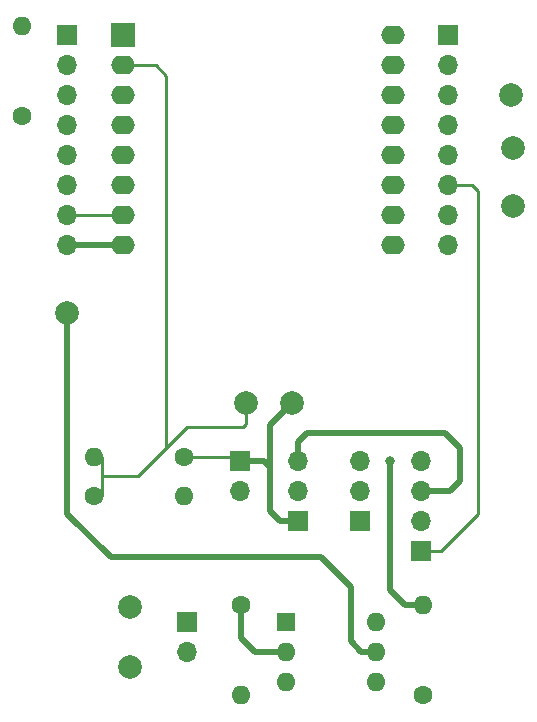
<source format=gbr>
%TF.GenerationSoftware,KiCad,Pcbnew,(5.1.6)-1*%
%TF.CreationDate,2022-07-24T18:58:52+10:00*%
%TF.ProjectId,v0.2a,76302e32-612e-46b6-9963-61645f706362,rev?*%
%TF.SameCoordinates,Original*%
%TF.FileFunction,Copper,L2,Bot*%
%TF.FilePolarity,Positive*%
%FSLAX46Y46*%
G04 Gerber Fmt 4.6, Leading zero omitted, Abs format (unit mm)*
G04 Created by KiCad (PCBNEW (5.1.6)-1) date 2022-07-24 18:58:52*
%MOMM*%
%LPD*%
G01*
G04 APERTURE LIST*
%TA.AperFunction,ComponentPad*%
%ADD10R,1.600000X1.600000*%
%TD*%
%TA.AperFunction,ComponentPad*%
%ADD11O,1.600000X1.600000*%
%TD*%
%TA.AperFunction,ComponentPad*%
%ADD12O,1.700000X1.700000*%
%TD*%
%TA.AperFunction,ComponentPad*%
%ADD13R,1.700000X1.700000*%
%TD*%
%TA.AperFunction,ComponentPad*%
%ADD14C,1.600000*%
%TD*%
%TA.AperFunction,ComponentPad*%
%ADD15C,2.000000*%
%TD*%
%TA.AperFunction,ComponentPad*%
%ADD16O,2.000000X1.600000*%
%TD*%
%TA.AperFunction,ComponentPad*%
%ADD17R,2.000000X2.000000*%
%TD*%
%TA.AperFunction,ViaPad*%
%ADD18C,0.800000*%
%TD*%
%TA.AperFunction,Conductor*%
%ADD19C,0.508000*%
%TD*%
%TA.AperFunction,Conductor*%
%ADD20C,0.250000*%
%TD*%
G04 APERTURE END LIST*
D10*
%TO.P,U1,1*%
%TO.N,+5V*%
X112522000Y-133477000D03*
D11*
%TO.P,U1,4*%
%TO.N,/D1*%
X120142000Y-138557000D03*
%TO.P,U1,2*%
%TO.N,Net-(R2-Pad1)*%
X112522000Y-136017000D03*
%TO.P,U1,5*%
%TO.N,+3V3*%
X120142000Y-136017000D03*
%TO.P,U1,3*%
%TO.N,Net-(U1-Pad3)*%
X112522000Y-138557000D03*
%TO.P,U1,6*%
%TO.N,Net-(U1-Pad6)*%
X120142000Y-133477000D03*
%TD*%
D12*
%TO.P,J1,2*%
%TO.N,/Batt-*%
X108585000Y-122428000D03*
D13*
%TO.P,J1,1*%
%TO.N,/Batt+*%
X108585000Y-119888000D03*
%TD*%
%TO.P,J2,1*%
%TO.N,/Batt+*%
X113538000Y-124968000D03*
D12*
%TO.P,J2,2*%
%TO.N,/Batt-*%
X113538000Y-122428000D03*
%TO.P,J2,3*%
%TO.N,+5VA*%
X113538000Y-119888000D03*
%TD*%
D13*
%TO.P,J3,1*%
%TO.N,+5V*%
X104140000Y-133477000D03*
D12*
%TO.P,J3,2*%
%TO.N,/GND_wall*%
X104140000Y-136017000D03*
%TD*%
%TO.P,J4,3*%
%TO.N,/Batt-*%
X118745000Y-119888000D03*
%TO.P,J4,2*%
%TO.N,/UART0_RX*%
X118745000Y-122428000D03*
D13*
%TO.P,J4,1*%
%TO.N,/D8*%
X118745000Y-124968000D03*
%TD*%
%TO.P,J5,1*%
%TO.N,/D4*%
X123952000Y-127508000D03*
D12*
%TO.P,J5,2*%
%TO.N,/D7*%
X123952000Y-124968000D03*
%TO.P,J5,3*%
%TO.N,+5VA*%
X123952000Y-122428000D03*
%TO.P,J5,4*%
%TO.N,/Batt-*%
X123952000Y-119888000D03*
%TD*%
D13*
%TO.P,J6,1*%
%TO.N,/Tx*%
X126238000Y-83820000D03*
D12*
%TO.P,J6,2*%
%TO.N,/Rx*%
X126238000Y-86360000D03*
%TO.P,J6,3*%
%TO.N,/D1*%
X126238000Y-88900000D03*
%TO.P,J6,4*%
%TO.N,/D2*%
X126238000Y-91440000D03*
%TO.P,J6,5*%
%TO.N,/D3*%
X126238000Y-93980000D03*
%TO.P,J6,6*%
%TO.N,/D4*%
X126238000Y-96520000D03*
%TO.P,J6,7*%
%TO.N,/Batt-*%
X126238000Y-99060000D03*
%TO.P,J6,8*%
%TO.N,+5VA*%
X126238000Y-101600000D03*
%TD*%
%TO.P,J7,8*%
%TO.N,+3V3*%
X93980000Y-101600000D03*
%TO.P,J7,7*%
%TO.N,/D8*%
X93980000Y-99060000D03*
%TO.P,J7,6*%
%TO.N,/D7*%
X93980000Y-96520000D03*
%TO.P,J7,5*%
%TO.N,/D6*%
X93980000Y-93980000D03*
%TO.P,J7,4*%
%TO.N,/D5*%
X93980000Y-91440000D03*
%TO.P,J7,3*%
%TO.N,/D0*%
X93980000Y-88900000D03*
%TO.P,J7,2*%
%TO.N,/A0*%
X93980000Y-86360000D03*
D13*
%TO.P,J7,1*%
%TO.N,/RST*%
X93980000Y-83820000D03*
%TD*%
D14*
%TO.P,R1,1*%
%TO.N,/D1*%
X124079000Y-139700000D03*
D11*
%TO.P,R1,2*%
%TO.N,/Batt-*%
X124079000Y-132080000D03*
%TD*%
D14*
%TO.P,R2,1*%
%TO.N,Net-(R2-Pad1)*%
X108712000Y-132080000D03*
D11*
%TO.P,R2,2*%
%TO.N,/GND_wall*%
X108712000Y-139700000D03*
%TD*%
%TO.P,R3,2*%
%TO.N,/A0*%
X96266000Y-119507000D03*
D14*
%TO.P,R3,1*%
%TO.N,/Batt+*%
X103886000Y-119507000D03*
%TD*%
%TO.P,R4,1*%
%TO.N,/A0*%
X96266000Y-122809000D03*
D11*
%TO.P,R4,2*%
%TO.N,/Batt-*%
X103886000Y-122809000D03*
%TD*%
%TO.P,R5,2*%
%TO.N,/RST*%
X90170000Y-83058000D03*
D14*
%TO.P,R5,1*%
%TO.N,/D0*%
X90170000Y-90678000D03*
%TD*%
D15*
%TO.P,TP1,1*%
%TO.N,+5V*%
X99314000Y-132207000D03*
%TD*%
%TO.P,TP2,1*%
%TO.N,+5VA*%
X131699000Y-98298000D03*
%TD*%
%TO.P,TP3,1*%
%TO.N,+3V3*%
X93980000Y-107315000D03*
%TD*%
%TO.P,TP4,1*%
%TO.N,/Batt+*%
X113030000Y-114935000D03*
%TD*%
%TO.P,TP5,1*%
%TO.N,/Batt-*%
X131699000Y-93345000D03*
%TD*%
%TO.P,TP6,1*%
%TO.N,/GND_wall*%
X99314000Y-137287000D03*
%TD*%
%TO.P,TP8,1*%
%TO.N,/D1*%
X131572000Y-88900000D03*
%TD*%
D16*
%TO.P,U2,2*%
%TO.N,/A0*%
X98679000Y-86360000D03*
D17*
%TO.P,U2,1*%
%TO.N,/RST*%
X98679000Y-83820000D03*
D16*
%TO.P,U2,3*%
%TO.N,/D0*%
X98679000Y-88900000D03*
%TO.P,U2,4*%
%TO.N,/D5*%
X98679000Y-91440000D03*
%TO.P,U2,5*%
%TO.N,/D6*%
X98679000Y-93980000D03*
%TO.P,U2,6*%
%TO.N,/D7*%
X98679000Y-96520000D03*
%TO.P,U2,7*%
%TO.N,/D8*%
X98679000Y-99060000D03*
%TO.P,U2,8*%
%TO.N,+3V3*%
X98679000Y-101600000D03*
%TO.P,U2,9*%
%TO.N,+5VA*%
X121539000Y-101600000D03*
%TO.P,U2,10*%
%TO.N,/Batt-*%
X121539000Y-99060000D03*
%TO.P,U2,11*%
%TO.N,/D4*%
X121539000Y-96520000D03*
%TO.P,U2,12*%
%TO.N,/D3*%
X121539000Y-93980000D03*
%TO.P,U2,13*%
%TO.N,/D2*%
X121539000Y-91440000D03*
%TO.P,U2,14*%
%TO.N,/D1*%
X121539000Y-88900000D03*
%TO.P,U2,15*%
%TO.N,/Rx*%
X121539000Y-86360000D03*
%TO.P,U2,16*%
%TO.N,/Tx*%
X121539000Y-83820000D03*
%TD*%
D15*
%TO.P,TP7,1*%
%TO.N,/A0*%
X109093000Y-114935000D03*
%TD*%
D18*
%TO.N,/Batt-*%
X121285000Y-119888000D03*
%TD*%
D19*
%TO.N,+5VA*%
X126365000Y-122428000D02*
X123952000Y-122428000D01*
X127254000Y-121539000D02*
X126365000Y-122428000D01*
X113538000Y-118237000D02*
X114300000Y-117475000D01*
X127254000Y-118745000D02*
X127254000Y-121539000D01*
X114300000Y-117475000D02*
X125984000Y-117475000D01*
X113538000Y-119888000D02*
X113538000Y-118237000D01*
X125984000Y-117475000D02*
X127254000Y-118745000D01*
D20*
%TO.N,/D8*%
X98679000Y-99060000D02*
X93980000Y-99060000D01*
%TO.N,/D4*%
X128270000Y-96520000D02*
X126238000Y-96520000D01*
X128778000Y-97028000D02*
X128270000Y-96520000D01*
X128778000Y-124333000D02*
X128778000Y-97028000D01*
X123952000Y-127508000D02*
X125603000Y-127508000D01*
X125603000Y-127508000D02*
X128778000Y-124333000D01*
D19*
%TO.N,+3V3*%
X93980000Y-101600000D02*
X98679000Y-101600000D01*
X97663000Y-128016000D02*
X93980000Y-124333000D01*
X93980000Y-107315000D02*
X93980000Y-124333000D01*
X97663000Y-128016000D02*
X115443000Y-128016000D01*
X115443000Y-128016000D02*
X117983000Y-130556000D01*
X117983000Y-130556000D02*
X117983000Y-135128000D01*
X118872000Y-136017000D02*
X120142000Y-136017000D01*
X117983000Y-135128000D02*
X118872000Y-136017000D01*
D20*
%TO.N,/A0*%
X96901000Y-121158000D02*
X96901000Y-122809000D01*
X96901000Y-119507000D02*
X96901000Y-121158000D01*
X101473000Y-86360000D02*
X98679000Y-86360000D01*
X102362000Y-87249000D02*
X101473000Y-86360000D01*
X102362000Y-118745000D02*
X102362000Y-87249000D01*
X96901000Y-121158000D02*
X99949000Y-121158000D01*
X99949000Y-121158000D02*
X102362000Y-118745000D01*
X102362000Y-118745000D02*
X104140000Y-116967000D01*
X104140000Y-116967000D02*
X108839000Y-116967000D01*
X108839000Y-116967000D02*
X109093000Y-116713000D01*
X109093000Y-116713000D02*
X109093000Y-114935000D01*
D19*
%TO.N,Net-(R2-Pad1)*%
X112649000Y-136017000D02*
X109855000Y-136017000D01*
X108712000Y-134874000D02*
X108712000Y-132080000D01*
X109855000Y-136017000D02*
X108712000Y-134874000D01*
%TO.N,/Batt-*%
X124079000Y-132080000D02*
X122555000Y-132080000D01*
X121285000Y-130810000D02*
X121285000Y-119888000D01*
X122555000Y-132080000D02*
X121285000Y-130810000D01*
%TO.N,/Batt+*%
X113538000Y-124968000D02*
X112014000Y-124968000D01*
X112014000Y-124968000D02*
X111125000Y-124079000D01*
X111125000Y-124079000D02*
X111125000Y-120396000D01*
X110617000Y-119888000D02*
X108585000Y-119888000D01*
X111125000Y-120396000D02*
X110617000Y-119888000D01*
D20*
X108204000Y-119507000D02*
X108585000Y-119888000D01*
X104521000Y-119507000D02*
X108204000Y-119507000D01*
D19*
X111125000Y-116840000D02*
X113030000Y-114935000D01*
X111125000Y-120396000D02*
X111125000Y-116840000D01*
%TD*%
M02*

</source>
